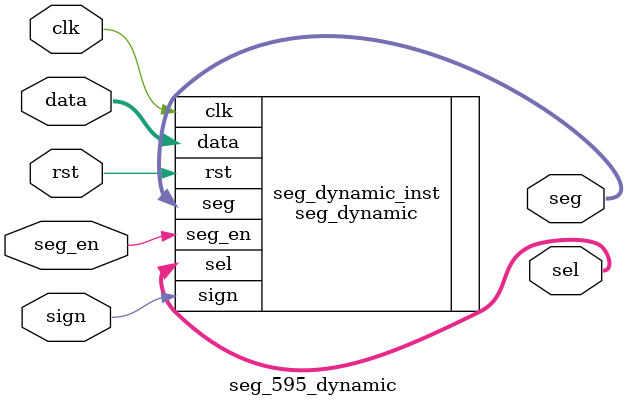
<source format=v>
`timescale 1ns / 1ps


module seg_595_dynamic(
input wire clk , //ÏµÍ³Ê±ÖÓ£¬ÆµÂÊ50MHz
input wire rst , //¸´Î»ÐÅºÅ£¬µÍÓÐÐ§
input wire [12:0] data , //ÊýÂë¹ÜÒªÏÔÊ¾µÄÖµ
input wire seg_en , //ÊýÂë¹ÜÊ¹ÄÜÐÅºÅ£¬¸ßµçÆ½ÓÐÐ§
input wire sign, //·ûºÅÎ»£¬¸ßµçÆ½ÏÔÊ¾¸ººÅ

output wire [3:0] sel, //ÊýÂë¹ÜÎ»Ñ¡ÐÅºÅ
output wire [7:0] seg //ÊýÂë¹Ü¶ÎÑ¡ÐÅºÅ
 );


 seg_dynamic seg_dynamic_inst
 (
 .clk (clk ), //ÏµÍ³Ê±ÖÓ£¬ÆµÂÊ50MHz
 .rst (rst), //¸´Î»ÐÅºÅ£¬µÍÓÐÐ§
 .data (data ), //ÊýÂë¹ÜÒªÏÔÊ¾µÄÖµ
 .seg_en (seg_en ), //ÊýÂë¹ÜÊ¹ÄÜÐÅºÅ£¬¸ßµçÆ½ÓÐÐ§
 .sign (sign ), //·ûºÅÎ»£¬¸ßµçÆ½ÏÔÊ¾¸ººÅ

 .sel (sel ), //ÊýÂë¹ÜÎ»Ñ¡ÐÅºÅ
 .seg (seg ) //ÊýÂë¹Ü¶ÎÑ¡ÐÅºÅ

 );


 endmodule

</source>
